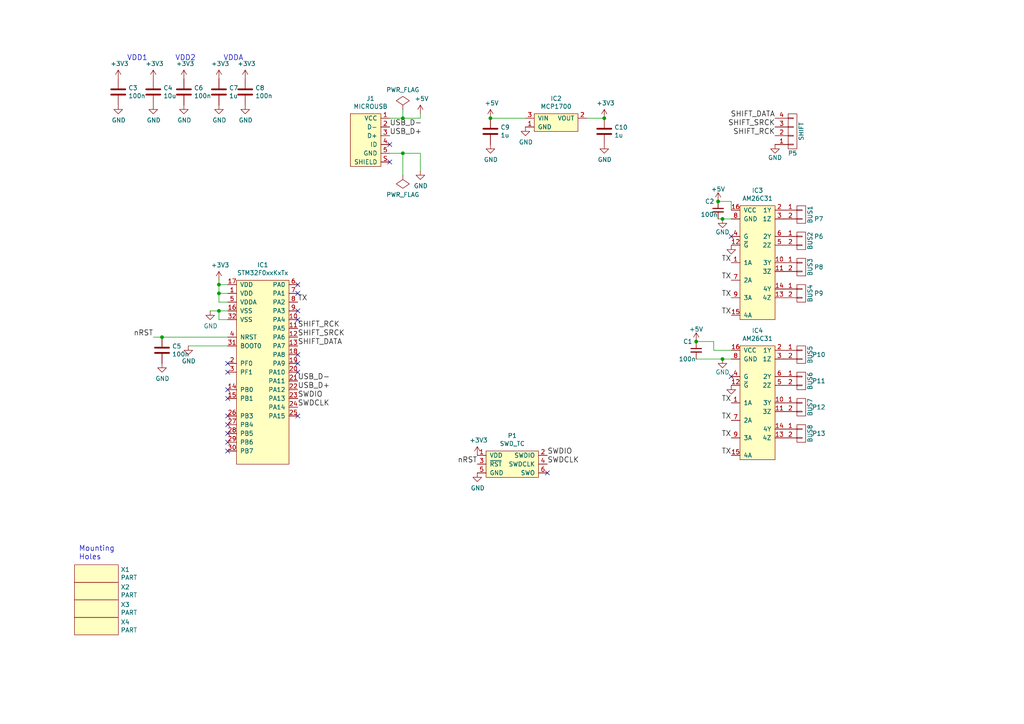
<source format=kicad_sch>
(kicad_sch (version 20230121) (generator eeschema)
  (paper "A4")
  (lib_symbols
    (symbol "shield-rescue:+3V3" (power) (pin_names (offset 0))
      (property "Value" "+3V3" (at 0 3.556 0))
      (symbol "+3V3_0_1"
        (polyline (pts (xy -0.762 1.27) (xy 0 2.54)))
        (polyline (pts (xy 0 0) (xy 0 2.54)))
        (polyline (pts (xy 0 2.54) (xy 0.762 1.27)))
      )
      (symbol "+3V3_1_1"
        (pin power_in line (at 0 0 90) (length 0) hide (name "+3V3") (number "1"))
      )
    )
    (symbol "shield-rescue:+5V" (power) (pin_names (offset 0))
      (property "Value" "+5V" (at 0 3.556 0))
      (symbol "+5V_0_1"
        (polyline (pts (xy -0.762 1.27) (xy 0 2.54)))
        (polyline (pts (xy 0 0) (xy 0 2.54)))
        (polyline (pts (xy 0 2.54) (xy 0.762 1.27)))
      )
      (symbol "+5V_1_1"
        (pin power_in line (at 0 0 90) (length 0) hide (name "+5V") (number "1"))
      )
    )
    (symbol "shield-rescue:AM26C31" (pin_names (offset 1.016))
      (property "Reference" "IC" (at -5.08 17.78 0))
      (property "Value" "AM26C31" (at -5.08 -17.78 0))
      (symbol "AM26C31_0_0"
        (pin input line (at -7.62 0 0) (length 2.54) (name "1A") (number "1"))
        (pin output line (at 7.62 0 180) (length 2.54) (name "3Y") (number "10"))
        (pin output line (at 7.62 -2.54 180) (length 2.54) (name "3Z") (number "11"))
        (pin input line (at -7.62 5.08 0) (length 2.54) (name "~{G}") (number "12"))
        (pin output line (at 7.62 -10.16 180) (length 2.54) (name "4Z") (number "13"))
        (pin output line (at 7.62 -7.62 180) (length 2.54) (name "4Y") (number "14"))
        (pin input line (at -7.62 -15.24 0) (length 2.54) (name "4A") (number "15"))
        (pin power_in line (at -7.62 15.24 0) (length 2.54) (name "VCC") (number "16"))
        (pin output line (at 7.62 15.24 180) (length 2.54) (name "1Y") (number "2"))
        (pin output line (at 7.62 12.7 180) (length 2.54) (name "1Z") (number "3"))
        (pin input line (at -7.62 7.62 0) (length 2.54) (name "G") (number "4"))
        (pin output line (at 7.62 5.08 180) (length 2.54) (name "2Z") (number "5"))
        (pin output line (at 7.62 7.62 180) (length 2.54) (name "2Y") (number "6"))
        (pin input line (at -7.62 -5.08 0) (length 2.54) (name "2A") (number "7"))
        (pin power_in line (at -7.62 12.7 0) (length 2.54) (name "GND") (number "8"))
        (pin input line (at -7.62 -10.16 0) (length 2.54) (name "3A") (number "9"))
      )
      (symbol "AM26C31_0_1"
        (rectangle (start -5.08 16.51) (end 5.08 -16.51) (fill (type background)))
      )
    )
    (symbol "shield-rescue:C" (pin_numbers hide) (pin_names (offset 0.254))
      (property "Reference" "C" (at 0.635 2.54 0))
      (property "Value" "C" (at 0.635 -2.54 0))
      (symbol "C_0_1"
        (polyline (pts (xy -2.032 -0.762) (xy 2.032 -0.762)) (stroke (width 0.508)))
        (polyline (pts (xy -2.032 0.762) (xy 2.032 0.762)) (stroke (width 0.508)))
      )
      (symbol "C_1_1"
        (pin passive line (at 0 3.81 270) (length 2.794) (name "~") (number "1"))
        (pin passive line (at 0 -3.81 90) (length 2.794) (name "~") (number "2"))
      )
    )
    (symbol "shield-rescue:CONN_01X02" (pin_names (offset 1.016) hide)
      (property "Reference" "P" (at 0 3.81 0))
      (property "Value" "CONN_01X02" (at 2.54 0 90))
      (symbol "CONN_01X02_0_1"
        (rectangle (start -1.27 -1.143) (end 0.254 -1.397))
        (rectangle (start -1.27 1.397) (end 0.254 1.143))
        (rectangle (start -1.27 2.54) (end 1.27 -2.54))
      )
      (symbol "CONN_01X02_1_1"
        (pin passive line (at -5.08 1.27 0) (length 3.81) (name "P1") (number "1"))
        (pin passive line (at -5.08 -1.27 0) (length 3.81) (name "P2") (number "2"))
      )
    )
    (symbol "shield-rescue:CONN_01X04" (pin_names (offset 1.016) hide)
      (property "Reference" "P" (at 0 6.35 0))
      (property "Value" "CONN_01X04" (at 2.54 0 90))
      (symbol "CONN_01X04_0_1"
        (rectangle (start -1.27 -3.683) (end 0.254 -3.937))
        (rectangle (start -1.27 -1.143) (end 0.254 -1.397))
        (rectangle (start -1.27 1.397) (end 0.254 1.143))
        (rectangle (start -1.27 3.937) (end 0.254 3.683))
        (rectangle (start -1.27 5.08) (end 1.27 -5.08))
      )
      (symbol "CONN_01X04_1_1"
        (pin passive line (at -5.08 3.81 0) (length 3.81) (name "P1") (number "1"))
        (pin passive line (at -5.08 1.27 0) (length 3.81) (name "P2") (number "2"))
        (pin passive line (at -5.08 -1.27 0) (length 3.81) (name "P3") (number "3"))
        (pin passive line (at -5.08 -3.81 0) (length 3.81) (name "P4") (number "4"))
      )
    )
    (symbol "shield-rescue:C_Small" (pin_numbers hide) (pin_names (offset 0.254) hide)
      (property "Reference" "C" (at 0.254 1.778 0))
      (property "Value" "C_Small" (at 0.254 -2.032 0))
      (symbol "C_Small_0_1"
        (polyline (pts (xy -1.524 -0.508) (xy 1.524 -0.508)) (stroke (width 0.3302)))
        (polyline (pts (xy -1.524 0.508) (xy 1.524 0.508)) (stroke (width 0.3048)))
      )
      (symbol "C_Small_1_1"
        (pin passive line (at 0 2.54 270) (length 1.905) (name "~") (number "1"))
        (pin passive line (at 0 -2.54 90) (length 2.032) (name "~") (number "2"))
      )
    )
    (symbol "shield-rescue:GND" (power) (pin_names (offset 0))
      (property "Value" "GND" (at 0 -3.81 0))
      (symbol "GND_0_1"
        (polyline (pts (xy 0 0) (xy 0 -1.27) (xy 1.27 -1.27) (xy 0 -2.54) (xy -1.27 -1.27) (xy 0 -1.27)))
      )
      (symbol "GND_1_1"
        (pin power_in line (at 0 0 270) (length 0) hide (name "GND") (number "1"))
      )
    )
    (symbol "shield-rescue:MCP1700" (pin_names (offset 1.016))
      (property "Reference" "IC" (at -5.08 2.54 0))
      (property "Value" "MCP1700" (at -5.08 -5.08 0))
      (symbol "MCP1700_0_1"
        (rectangle (start -5.08 1.27) (end 7.62 -3.81) (fill (type background)))
      )
      (symbol "MCP1700_1_1"
        (pin power_in line (at -7.62 -2.54 0) (length 2.54) (name "GND") (number "1"))
        (pin power_out line (at 10.16 0 180) (length 2.54) (name "VOUT") (number "2"))
        (pin power_in line (at -7.62 0 0) (length 2.54) (name "VIN") (number "3"))
      )
    )
    (symbol "shield-rescue:MICROUSB" (pin_names (offset 1.016))
      (property "Reference" "J" (at -3.81 7.62 0))
      (property "Value" "MICROUSB" (at -3.81 -10.16 0))
      (symbol "MICROUSB_0_1"
        (rectangle (start 5.08 6.35) (end -3.81 -8.89) (fill (type background)))
      )
      (symbol "MICROUSB_1_1"
        (pin power_in line (at 7.62 5.08 180) (length 2.54) (name "VCC") (number "1"))
        (pin bidirectional line (at 7.62 2.54 180) (length 2.54) (name "D-") (number "2"))
        (pin bidirectional line (at 7.62 0 180) (length 2.54) (name "D+") (number "3"))
        (pin passive line (at 7.62 -2.54 180) (length 2.54) (name "ID") (number "4"))
        (pin power_in line (at 7.62 -5.08 180) (length 2.54) (name "GND") (number "5"))
        (pin power_in line (at 7.62 -7.62 180) (length 2.54) (name "SHIELD") (number "S"))
      )
    )
    (symbol "shield-rescue:PART" (pin_names (offset 1.016))
      (property "Reference" "X" (at 1.27 2.54 0))
      (property "Value" "PART" (at 1.27 0 0))
      (symbol "PART_0_1"
        (rectangle (start 0 3.81) (end 12.7 -1.27) (fill (type background)))
      )
    )
    (symbol "shield-rescue:PWR_FLAG" (power) (pin_numbers hide) (pin_names (offset 0) hide)
      (property "Value" "PWR_FLAG" (at 0 4.572 0))
      (symbol "PWR_FLAG_0_0"
        (pin power_out line (at 0 0 90) (length 0) (name "pwr") (number "1"))
      )
      (symbol "PWR_FLAG_0_1"
        (polyline (pts (xy 0 0) (xy 0 1.27) (xy -1.905 2.54) (xy 0 3.81) (xy 1.905 2.54) (xy 0 1.27)))
      )
    )
    (symbol "shield-rescue:STM32F0xxKxTx" (pin_names (offset 1.016))
      (property "Reference" "IC" (at -7.62 27.94 0))
      (property "Value" "STM32F0xxKxTx" (at -7.62 -27.94 0))
      (symbol "STM32F0xxKxTx_0_0"
        (pin power_in line (at -10.16 22.86 0) (length 2.54) (name "VDD") (number "1"))
        (pin bidirectional line (at 10.16 15.24 180) (length 2.54) (name "PA4") (number "10"))
        (pin bidirectional line (at 10.16 12.7 180) (length 2.54) (name "PA5") (number "11"))
        (pin bidirectional line (at 10.16 10.16 180) (length 2.54) (name "PA6") (number "12"))
        (pin bidirectional line (at 10.16 7.62 180) (length 2.54) (name "PA7") (number "13"))
        (pin bidirectional line (at -10.16 -5.08 0) (length 2.54) (name "PB0") (number "14"))
        (pin bidirectional line (at -10.16 -7.62 0) (length 2.54) (name "PB1") (number "15"))
        (pin power_in line (at -10.16 17.78 0) (length 2.54) (name "VSS") (number "16"))
        (pin power_in line (at -10.16 25.4 0) (length 2.54) (name "VDD") (number "17"))
        (pin bidirectional line (at 10.16 5.08 180) (length 2.54) (name "PA8") (number "18"))
        (pin bidirectional line (at 10.16 2.54 180) (length 2.54) (name "PA9") (number "19"))
        (pin bidirectional line (at -10.16 2.54 0) (length 2.54) (name "PF0") (number "2"))
        (pin bidirectional line (at 10.16 0 180) (length 2.54) (name "PA10") (number "20"))
        (pin bidirectional line (at 10.16 -2.54 180) (length 2.54) (name "PA11") (number "21"))
        (pin bidirectional line (at 10.16 -5.08 180) (length 2.54) (name "PA12") (number "22"))
        (pin bidirectional line (at 10.16 -7.62 180) (length 2.54) (name "PA13") (number "23"))
        (pin bidirectional line (at 10.16 -10.16 180) (length 2.54) (name "PA14") (number "24"))
        (pin bidirectional line (at 10.16 -12.7 180) (length 2.54) (name "PA15") (number "25"))
        (pin bidirectional line (at -10.16 -12.7 0) (length 2.54) (name "PB3") (number "26"))
        (pin bidirectional line (at -10.16 -15.24 0) (length 2.54) (name "PB4") (number "27"))
        (pin bidirectional line (at -10.16 -17.78 0) (length 2.54) (name "PB5") (number "28"))
        (pin bidirectional line (at -10.16 -20.32 0) (length 2.54) (name "PB6") (number "29"))
        (pin bidirectional line (at -10.16 0 0) (length 2.54) (name "PF1") (number "3"))
        (pin bidirectional line (at -10.16 -22.86 0) (length 2.54) (name "PB7") (number "30"))
        (pin input line (at -10.16 7.62 0) (length 2.54) (name "BOOT0") (number "31"))
        (pin power_in line (at -10.16 15.24 0) (length 2.54) (name "VSS") (number "32"))
        (pin input line (at -10.16 10.16 0) (length 2.54) (name "NRST") (number "4"))
        (pin power_in line (at -10.16 20.32 0) (length 2.54) (name "VDDA") (number "5"))
        (pin bidirectional line (at 10.16 25.4 180) (length 2.54) (name "PA0") (number "6"))
        (pin bidirectional line (at 10.16 22.86 180) (length 2.54) (name "PA1") (number "7"))
        (pin bidirectional line (at 10.16 20.32 180) (length 2.54) (name "PA2") (number "8"))
        (pin bidirectional line (at 10.16 17.78 180) (length 2.54) (name "PA3") (number "9"))
      )
      (symbol "STM32F0xxKxTx_0_1"
        (rectangle (start -7.62 26.67) (end 7.62 -26.67) (fill (type background)))
      )
    )
    (symbol "shield-rescue:SWD_TC" (pin_names (offset 1.016))
      (property "Reference" "P" (at -7.62 5.08 0))
      (property "Value" "SWD_TC" (at -7.62 -5.08 0))
      (symbol "SWD_TC_0_1"
        (rectangle (start -7.62 3.81) (end 7.62 -3.81) (fill (type background)))
      )
      (symbol "SWD_TC_1_1"
        (pin power_in line (at -10.16 2.54 0) (length 2.54) (name "VDD") (number "1"))
        (pin bidirectional line (at 10.16 2.54 180) (length 2.54) (name "SWDIO") (number "2"))
        (pin output line (at -10.16 0 0) (length 2.54) (name "~{RST}") (number "3"))
        (pin output line (at 10.16 0 180) (length 2.54) (name "SWDCLK") (number "4"))
        (pin power_in line (at -10.16 -2.54 0) (length 2.54) (name "GND") (number "5"))
        (pin input line (at 10.16 -2.54 180) (length 2.54) (name "SWO") (number "6"))
      )
    )
  )
  (junction (at 63.5 82.55))
  (junction (at 175.26 34.29))
  (junction (at 142.24 34.29))
  (junction (at 46.99 97.79))
  (junction (at 209.55 63.5))
  (junction (at 116.84 44.45))
  (junction (at 116.84 34.29))
  (junction (at 201.93 99.06))
  (junction (at 208.28 58.42))
  (junction (at 209.55 104.14))
  (junction (at 63.5 90.17))
  (junction (at 63.5 85.09))
  (no_connect (at 86.36 90.17))
  (no_connect (at 66.04 125.73))
  (no_connect (at 86.36 120.65))
  (no_connect (at 66.04 120.65))
  (no_connect (at 86.36 102.87))
  (no_connect (at 66.04 115.57))
  (no_connect (at 66.04 130.81))
  (no_connect (at 66.04 128.27))
  (no_connect (at 113.03 46.99))
  (no_connect (at 113.03 41.91))
  (no_connect (at 212.09 68.58))
  (no_connect (at 86.36 105.41))
  (no_connect (at 86.36 92.71))
  (no_connect (at 66.04 113.03))
  (no_connect (at 212.09 109.22))
  (no_connect (at 66.04 107.95))
  (no_connect (at 66.04 123.19))
  (no_connect (at 86.36 85.09))
  (no_connect (at 86.36 107.95))
  (no_connect (at 66.04 105.41))
  (no_connect (at 158.75 137.16))
  (no_connect (at 86.36 82.55))
  (wire (pts (xy 207.01 101.6) (xy 207.01 99.06)))
  (wire (pts (xy 63.5 85.09) (xy 63.5 87.63)))
  (wire (pts (xy 46.99 97.79) (xy 66.04 97.79)))
  (wire (pts (xy 207.01 99.06) (xy 201.93 99.06)))
  (wire (pts (xy 63.5 81.28) (xy 63.5 82.55)))
  (wire (pts (xy 116.84 50.8) (xy 116.84 44.45)))
  (wire (pts (xy 113.03 44.45) (xy 116.84 44.45)))
  (wire (pts (xy 209.55 63.5) (xy 212.09 63.5)))
  (wire (pts (xy 63.5 82.55) (xy 66.04 82.55)))
  (wire (pts (xy 66.04 92.71) (xy 63.5 92.71)))
  (wire (pts (xy 116.84 31.75) (xy 116.84 34.29)))
  (wire (pts (xy 201.93 104.14) (xy 209.55 104.14)))
  (wire (pts (xy 63.5 82.55) (xy 63.5 85.09)))
  (wire (pts (xy 63.5 90.17) (xy 66.04 90.17)))
  (wire (pts (xy 44.45 97.79) (xy 46.99 97.79)))
  (wire (pts (xy 208.28 63.5) (xy 209.55 63.5)))
  (wire (pts (xy 209.55 104.14) (xy 212.09 104.14)))
  (wire (pts (xy 212.09 58.42) (xy 212.09 60.96)))
  (wire (pts (xy 63.5 92.71) (xy 63.5 90.17)))
  (wire (pts (xy 208.28 58.42) (xy 212.09 58.42)))
  (wire (pts (xy 116.84 44.45) (xy 121.92 44.45)))
  (wire (pts (xy 121.92 44.45) (xy 121.92 49.53)))
  (wire (pts (xy 121.92 34.29) (xy 121.92 33.02)))
  (wire (pts (xy 113.03 34.29) (xy 116.84 34.29)))
  (wire (pts (xy 142.24 34.29) (xy 152.4 34.29)))
  (wire (pts (xy 54.61 100.33) (xy 66.04 100.33)))
  (wire (pts (xy 212.09 101.6) (xy 207.01 101.6)))
  (wire (pts (xy 116.84 34.29) (xy 121.92 34.29)))
  (wire (pts (xy 60.96 90.17) (xy 63.5 90.17)))
  (wire (pts (xy 63.5 85.09) (xy 66.04 85.09)))
  (wire (pts (xy 175.26 34.29) (xy 170.18 34.29)))
  (wire (pts (xy 63.5 87.63) (xy 66.04 87.63)))
  (text "VDD1" (at 36.83 17.78 0) (effects (font (size 1.524 1.524)) (justify left bottom)))
  (text "VDDA" (at 64.77 17.78 0) (effects (font (size 1.524 1.524)) (justify left bottom)))
  (text "VDD2" (at 50.8 17.78 0) (effects (font (size 1.524 1.524)) (justify left bottom)))
  (text "Mounting\nHoles" (at 22.86 162.56 0) (effects (font (size 1.524 1.524)) (justify left bottom)))
  (label "TX" (at 212.09 132.08 180) (effects (font (size 1.524 1.524))))
  (label "SWDCLK" (at 158.75 134.62 0) (effects (font (size 1.524 1.524))))
  (label "SWDIO" (at 158.75 132.08 0) (effects (font (size 1.524 1.524))))
  (label "SHIFT_RCK" (at 86.36 95.25 0) (effects (font (size 1.524 1.524))))
  (label "nRST" (at 44.45 97.79 180) (effects (font (size 1.524 1.524))))
  (label "SHIFT_DATA" (at 224.79 34.29 180) (effects (font (size 1.524 1.524))))
  (label "TX" (at 212.09 86.36 180) (effects (font (size 1.524 1.524))))
  (label "TX" (at 212.09 81.28 180) (effects (font (size 1.524 1.524))))
  (label "TX" (at 212.09 121.92 180) (effects (font (size 1.524 1.524))))
  (label "SWDIO" (at 86.36 115.57 0) (effects (font (size 1.524 1.524))))
  (label "TX" (at 212.09 127 180) (effects (font (size 1.524 1.524))))
  (label "TX" (at 86.36 87.63 0) (effects (font (size 1.524 1.524))))
  (label "SWDCLK" (at 86.36 118.11 0) (effects (font (size 1.524 1.524))))
  (label "SHIFT_SRCK" (at 86.36 97.79 0) (effects (font (size 1.524 1.524))))
  (label "SHIFT_DATA" (at 86.36 100.33 0) (effects (font (size 1.524 1.524))))
  (label "USB_D-" (at 86.36 110.49 0) (effects (font (size 1.524 1.524))))
  (label "SHIFT_SRCK" (at 224.79 36.83 180) (effects (font (size 1.524 1.524))))
  (label "USB_D+" (at 113.03 39.37 0) (effects (font (size 1.524 1.524))))
  (label "USB_D-" (at 113.03 36.83 0) (effects (font (size 1.524 1.524))))
  (label "USB_D+" (at 86.36 113.03 0) (effects (font (size 1.524 1.524))))
  (label "TX" (at 212.09 91.44 180) (effects (font (size 1.524 1.524))))
  (label "TX" (at 212.09 116.84 180) (effects (font (size 1.524 1.524))))
  (label "SHIFT_RCK" (at 224.79 39.37 180) (effects (font (size 1.524 1.524))))
  (label "TX" (at 212.09 76.2 180) (effects (font (size 1.524 1.524))))
  (label "nRST" (at 138.43 134.62 180) (effects (font (size 1.524 1.524))))
  (symbol (lib_id "shield-rescue:CONN_01X04") (at 229.87 38.1 0) (mirror x) (unit 1)
    (property "Reference" "P5" (at 229.87 44.45 0))
    (property "Value" "SHIFT" (at 232.41 38.1 90))
    (property "Footprint" "Pin_Headers:Pin_Header_Straight_1x04" (effects hide))
  )
  (symbol (lib_id "shield-rescue:CONN_01X02") (at 232.41 62.23 0) (unit 1)
    (property "Reference" "P6" (at 237.49 68.58 0))
    (property "Value" "BUS1" (at 234.95 62.23 90))
    (property "Footprint" "agg:S02B-PASK-2" (effects hide))
    (property "Farnell" "1830747" (effects hide))
  )
  (symbol (lib_id "shield-rescue:CONN_01X02") (at 232.41 69.85 0) (unit 1)
    (property "Reference" "P7" (at 237.49 63.5 0))
    (property "Value" "BUS2" (at 234.95 69.85 90))
    (property "Footprint" "agg:S02B-PASK-2" (effects hide))
    (property "Farnell" "1830747" (effects hide))
  )
  (symbol (lib_id "shield-rescue:CONN_01X02") (at 232.41 77.47 0) (unit 1)
    (property "Reference" "P8" (at 237.49 77.47 0))
    (property "Value" "BUS3" (at 234.95 77.47 90))
    (property "Footprint" "agg:S02B-PASK-2" (effects hide))
    (property "Farnell" "1830747" (effects hide))
  )
  (symbol (lib_id "shield-rescue:CONN_01X02") (at 232.41 85.09 0) (unit 1)
    (property "Reference" "P9" (at 237.49 85.09 0))
    (property "Value" "BUS4" (at 234.95 85.09 90))
    (property "Footprint" "agg:S02B-PASK-2" (effects hide))
    (property "Farnell" "1830747" (effects hide))
  )
  (symbol (lib_id "shield-rescue:CONN_01X02") (at 232.41 102.87 0) (unit 1)
    (property "Reference" "P10" (at 237.49 102.87 0))
    (property "Value" "BUS5" (at 234.95 102.87 90))
    (property "Footprint" "agg:S02B-PASK-2" (effects hide))
    (property "Farnell" "1830747" (effects hide))
  )
  (symbol (lib_id "shield-rescue:CONN_01X02") (at 232.41 110.49 0) (unit 1)
    (property "Reference" "P11" (at 237.49 110.49 0))
    (property "Value" "BUS6" (at 234.95 110.49 90))
    (property "Footprint" "agg:S02B-PASK-2" (effects hide))
    (property "Farnell" "1830747" (effects hide))
  )
  (symbol (lib_id "shield-rescue:CONN_01X02") (at 232.41 118.11 0) (unit 1)
    (property "Reference" "P12" (at 237.49 118.11 0))
    (property "Value" "BUS7" (at 234.95 118.11 90))
    (property "Footprint" "agg:S02B-PASK-2" (effects hide))
    (property "Farnell" "1830747" (effects hide))
  )
  (symbol (lib_id "shield-rescue:CONN_01X02") (at 232.41 125.73 0) (unit 1)
    (property "Reference" "P13" (at 237.49 125.73 0))
    (property "Value" "BUS8" (at 234.95 125.73 90))
    (property "Footprint" "agg:S02B-PASK-2" (effects hide))
    (property "Farnell" "1830747" (effects hide))
  )
  (symbol (lib_id "shield-rescue:GND") (at 224.79 41.91 0) (unit 1)
    (property "Reference" "#PWR01" (effects hide))
    (property "Value" "GND" (at 224.79 45.72 0))
  )
  (symbol (lib_id "shield-rescue:+5V") (at 208.28 58.42 0) (unit 1)
    (property "Reference" "#PWR02" (effects hide))
    (property "Value" "+5V" (at 208.28 54.864 0))
  )
  (symbol (lib_id "shield-rescue:GND") (at 209.55 63.5 0) (unit 1)
    (property "Reference" "#PWR03" (effects hide))
    (property "Value" "GND" (at 209.55 67.31 0))
  )
  (symbol (lib_id "shield-rescue:+5V") (at 201.93 99.06 0) (unit 1)
    (property "Reference" "#PWR04" (effects hide))
    (property "Value" "+5V" (at 201.93 95.504 0))
  )
  (symbol (lib_id "shield-rescue:GND") (at 209.55 104.14 0) (unit 1)
    (property "Reference" "#PWR05" (effects hide))
    (property "Value" "GND" (at 209.55 107.95 0))
  )
  (symbol (lib_id "shield-rescue:GND") (at 212.09 71.12 0) (unit 1)
    (property "Reference" "#PWR06" (effects hide))
    (property "Value" "GND" (effects hide))
  )
  (symbol (lib_id "shield-rescue:GND") (at 212.09 111.76 0) (unit 1)
    (property "Reference" "#PWR07" (effects hide))
    (property "Value" "GND" (effects hide))
  )
  (symbol (lib_id "shield-rescue:C_Small") (at 208.28 60.96 0) (unit 1)
    (property "Reference" "C2" (at 204.47 58.42 0) (effects (justify left)))
    (property "Value" "100n" (at 203.2 62.23 0) (effects (justify left)))
    (property "Footprint" "agg:0603" (effects hide))
    (property "Farnell" "2524817" (effects hide))
  )
  (symbol (lib_id "shield-rescue:C_Small") (at 201.93 101.6 0) (unit 1)
    (property "Reference" "C1" (at 198.12 99.06 0) (effects (justify left)))
    (property "Value" "100n" (at 196.85 104.14 0) (effects (justify left)))
    (property "Footprint" "agg:0603" (effects hide))
    (property "Farnell" "2524817" (effects hide))
  )
  (symbol (lib_id "shield-rescue:AM26C31") (at 219.71 76.2 0) (unit 1)
    (property "Reference" "IC3" (at 219.71 55.245 0))
    (property "Value" "AM26C31" (at 219.71 57.5564 0))
    (property "Footprint" "agg:SOIC-16" (effects hide))
    (property "Datasheet" "http://www.ti.com.cn/cn/lit/ds/symlink/am26c31.pdf" (effects hide))
    (property "Farnell" "4975637" (effects hide))
  )
  (symbol (lib_id "shield-rescue:AM26C31") (at 219.71 116.84 0) (unit 1)
    (property "Reference" "IC4" (at 219.71 95.885 0))
    (property "Value" "AM26C31" (at 219.71 98.1964 0))
    (property "Footprint" "agg:SOIC-16" (effects hide))
    (property "Datasheet" "http://www.ti.com.cn/cn/lit/ds/symlink/am26c31.pdf" (effects hide))
    (property "Farnell" "4975637" (effects hide))
  )
  (symbol (lib_id "shield-rescue:STM32F0xxKxTx") (at 76.2 107.95 0) (unit 1)
    (property "Reference" "IC1" (at 76.2 76.835 0))
    (property "Value" "STM32F0xxKxTx" (at 76.2 79.1464 0))
    (property "Footprint" "agg:LQFP-32" (effects hide))
    (property "Datasheet" "http://www.farnell.com/datasheets/1886881.pdf" (effects hide))
    (property "Farnell" "2469553" (effects hide))
  )
  (symbol (lib_id "shield-rescue:MICROUSB") (at 105.41 39.37 0) (unit 1)
    (property "Reference" "J1" (at 107.4674 28.575 0))
    (property "Value" "MICROUSB" (at 107.4674 30.8864 0))
    (property "Footprint" "agg:MICROUSB_MOLEX_47589-0001" (effects hide))
    (property "Farnell" "1568023" (effects hide))
  )
  (symbol (lib_id "shield-rescue:+5V") (at 121.92 33.02 0) (unit 1)
    (property "Reference" "#PWR08" (effects hide))
    (property "Value" "+5V" (at 122.301 28.6258 0))
  )
  (symbol (lib_id "shield-rescue:GND") (at 121.92 49.53 0) (unit 1)
    (property "Reference" "#PWR09" (effects hide))
    (property "Value" "GND" (at 122.047 53.9242 0))
  )
  (symbol (lib_id "shield-rescue:+3V3") (at 63.5 81.28 0) (unit 1)
    (property "Reference" "#PWR010" (effects hide))
    (property "Value" "+3V3" (at 63.881 76.8858 0))
  )
  (symbol (lib_id "shield-rescue:GND") (at 60.96 90.17 0) (unit 1)
    (property "Reference" "#PWR011" (effects hide))
    (property "Value" "GND" (at 61.087 94.5642 0))
  )
  (symbol (lib_id "shield-rescue:C") (at 46.99 101.6 0) (unit 1)
    (property "Reference" "C5" (at 49.911 100.4316 0) (effects (justify left)))
    (property "Value" "100n" (at 49.911 102.743 0) (effects (justify left)))
    (property "Footprint" "agg:0603" (effects hide))
    (property "Farnell" "2524817" (effects hide))
  )
  (symbol (lib_id "shield-rescue:GND") (at 46.99 105.41 0) (unit 1)
    (property "Reference" "#PWR012" (effects hide))
    (property "Value" "GND" (at 47.117 109.8042 0))
  )
  (symbol (lib_id "shield-rescue:GND") (at 54.61 100.33 0) (unit 1)
    (property "Reference" "#PWR013" (effects hide))
    (property "Value" "GND" (at 54.737 104.7242 0))
  )
  (symbol (lib_id "shield-rescue:C") (at 34.29 26.67 0) (unit 1)
    (property "Reference" "C3" (at 37.211 25.5016 0) (effects (justify left)))
    (property "Value" "100n" (at 37.211 27.813 0) (effects (justify left)))
    (property "Footprint" "agg:0603" (effects hide))
    (property "Farnell" "2524817" (effects hide))
  )
  (symbol (lib_id "shield-rescue:C") (at 44.45 26.67 0) (unit 1)
    (property "Reference" "C4" (at 47.371 25.5016 0) (effects (justify left)))
    (property "Value" "10u" (at 47.371 27.813 0) (effects (justify left)))
    (property "Footprint" "agg:0603" (effects hide))
    (property "Farnell" "2494230" (effects hide))
  )
  (symbol (lib_id "shield-rescue:C") (at 53.34 26.67 0) (unit 1)
    (property "Reference" "C6" (at 56.261 25.5016 0) (effects (justify left)))
    (property "Value" "100n" (at 56.261 27.813 0) (effects (justify left)))
    (property "Footprint" "agg:0603" (effects hide))
    (property "Farnell" "2524817" (effects hide))
  )
  (symbol (lib_id "shield-rescue:+3V3") (at 34.29 22.86 0) (unit 1)
    (property "Reference" "#PWR014" (effects hide))
    (property "Value" "+3V3" (at 34.671 18.4658 0))
  )
  (symbol (lib_id "shield-rescue:+3V3") (at 44.45 22.86 0) (unit 1)
    (property "Reference" "#PWR015" (effects hide))
    (property "Value" "+3V3" (at 44.831 18.4658 0))
  )
  (symbol (lib_id "shield-rescue:+3V3") (at 53.34 22.86 0) (unit 1)
    (property "Reference" "#PWR016" (effects hide))
    (property "Value" "+3V3" (at 53.721 18.4658 0))
  )
  (symbol (lib_id "shield-rescue:GND") (at 34.29 30.48 0) (unit 1)
    (property "Reference" "#PWR017" (effects hide))
    (property "Value" "GND" (at 34.417 34.8742 0))
  )
  (symbol (lib_id "shield-rescue:GND") (at 44.45 30.48 0) (unit 1)
    (property "Reference" "#PWR018" (effects hide))
    (property "Value" "GND" (at 44.577 34.8742 0))
  )
  (symbol (lib_id "shield-rescue:GND") (at 53.34 30.48 0) (unit 1)
    (property "Reference" "#PWR019" (effects hide))
    (property "Value" "GND" (at 53.467 34.8742 0))
  )
  (symbol (lib_id "shield-rescue:C") (at 63.5 26.67 0) (unit 1)
    (property "Reference" "C7" (at 66.421 25.5016 0) (effects (justify left)))
    (property "Value" "1u" (at 66.421 27.813 0) (effects (justify left)))
    (property "Footprint" "agg:0603" (effects hide))
    (property "Farnell" "2524858" (effects hide))
  )
  (symbol (lib_id "shield-rescue:C") (at 71.12 26.67 0) (unit 1)
    (property "Reference" "C8" (at 74.041 25.5016 0) (effects (justify left)))
    (property "Value" "100n" (at 74.041 27.813 0) (effects (justify left)))
    (property "Footprint" "agg:0603" (effects hide))
    (property "Farnell" "2524817" (effects hide))
  )
  (symbol (lib_id "shield-rescue:+3V3") (at 63.5 22.86 0) (unit 1)
    (property "Reference" "#PWR020" (effects hide))
    (property "Value" "+3V3" (at 63.881 18.4658 0))
  )
  (symbol (lib_id "shield-rescue:+3V3") (at 71.12 22.86 0) (unit 1)
    (property "Reference" "#PWR021" (effects hide))
    (property "Value" "+3V3" (at 71.501 18.4658 0))
  )
  (symbol (lib_id "shield-rescue:GND") (at 63.5 30.48 0) (unit 1)
    (property "Reference" "#PWR022" (effects hide))
    (property "Value" "GND" (at 63.627 34.8742 0))
  )
  (symbol (lib_id "shield-rescue:GND") (at 71.12 30.48 0) (unit 1)
    (property "Reference" "#PWR023" (effects hide))
    (property "Value" "GND" (at 71.247 34.8742 0))
  )
  (symbol (lib_id "shield-rescue:MCP1700") (at 160.02 34.29 0) (unit 1)
    (property "Reference" "IC2" (at 161.29 28.575 0))
    (property "Value" "MCP1700" (at 161.29 30.8864 0))
    (property "Footprint" "agg:SOT-23" (effects hide))
    (property "Datasheet" "http://www.farnell.com/datasheets/1784514.pdf" (effects hide))
    (property "Farnell" "1296592" (effects hide))
  )
  (symbol (lib_id "shield-rescue:GND") (at 152.4 36.83 0) (unit 1)
    (property "Reference" "#PWR024" (effects hide))
    (property "Value" "GND" (at 152.527 41.2242 0))
  )
  (symbol (lib_id "shield-rescue:C") (at 142.24 38.1 0) (unit 1)
    (property "Reference" "C9" (at 145.161 36.9316 0) (effects (justify left)))
    (property "Value" "1u" (at 145.161 39.243 0) (effects (justify left)))
    (property "Footprint" "agg:0603" (effects hide))
    (property "Farnell" "2524858" (effects hide))
  )
  (symbol (lib_id "shield-rescue:+5V") (at 142.24 34.29 0) (unit 1)
    (property "Reference" "#PWR025" (effects hide))
    (property "Value" "+5V" (at 142.621 29.8958 0))
  )
  (symbol (lib_id "shield-rescue:GND") (at 142.24 41.91 0) (unit 1)
    (property "Reference" "#PWR026" (effects hide))
    (property "Value" "GND" (at 142.367 46.3042 0))
  )
  (symbol (lib_id "shield-rescue:C") (at 175.26 38.1 0) (unit 1)
    (property "Reference" "C10" (at 178.181 36.9316 0) (effects (justify left)))
    (property "Value" "1u" (at 178.181 39.243 0) (effects (justify left)))
    (property "Footprint" "agg:0603" (effects hide))
    (property "Farnell" "2524858" (effects hide))
  )
  (symbol (lib_id "shield-rescue:+3V3") (at 175.26 34.29 0) (unit 1)
    (property "Reference" "#PWR027" (effects hide))
    (property "Value" "+3V3" (at 175.641 29.8958 0))
  )
  (symbol (lib_id "shield-rescue:GND") (at 175.26 41.91 0) (unit 1)
    (property "Reference" "#PWR028" (effects hide))
    (property "Value" "GND" (at 175.387 46.3042 0))
  )
  (symbol (lib_id "shield-rescue:SWD_TC") (at 148.59 134.62 0) (unit 1)
    (property "Reference" "P1" (at 148.59 126.365 0))
    (property "Value" "SWD_TC" (at 148.59 128.6764 0))
    (property "Footprint" "agg:TC2030-NL" (effects hide))
  )
  (symbol (lib_id "shield-rescue:+3V3") (at 138.43 132.08 0) (unit 1)
    (property "Reference" "#PWR029" (effects hide))
    (property "Value" "+3V3" (at 138.811 127.6858 0))
  )
  (symbol (lib_id "shield-rescue:GND") (at 138.43 137.16 0) (unit 1)
    (property "Reference" "#PWR030" (effects hide))
    (property "Value" "GND" (at 138.557 141.5542 0))
  )
  (symbol (lib_id "shield-rescue:PART") (at 21.59 167.64 0) (unit 1)
    (property "Reference" "X1" (at 35.0012 165.2016 0) (effects (justify left)))
    (property "Value" "PART" (at 35.0012 167.513 0) (effects (justify left)))
    (property "Footprint" "agg:M3_MOUNT" (effects hide))
  )
  (symbol (lib_id "shield-rescue:PART") (at 21.59 172.72 0) (unit 1)
    (property "Reference" "X2" (at 35.0012 170.2816 0) (effects (justify left)))
    (property "Value" "PART" (at 35.0012 172.593 0) (effects (justify left)))
    (property "Footprint" "agg:M3_MOUNT" (effects hide))
  )
  (symbol (lib_id "shield-rescue:PART") (at 21.59 177.8 0) (unit 1)
    (property "Reference" "X3" (at 35.0012 175.3616 0) (effects (justify left)))
    (property "Value" "PART" (at 35.0012 177.673 0) (effects (justify left)))
    (property "Footprint" "agg:M3_MOUNT" (effects hide))
  )
  (symbol (lib_id "shield-rescue:PART") (at 21.59 182.88 0) (unit 1)
    (property "Reference" "X4" (at 35.0012 180.4416 0) (effects (justify left)))
    (property "Value" "PART" (at 35.0012 182.753 0) (effects (justify left)))
    (property "Footprint" "agg:M3_MOUNT" (effects hide))
  )
  (symbol (lib_id "shield-rescue:PWR_FLAG") (at 116.84 31.75 0) (unit 1)
    (property "Reference" "#FLG031" (effects hide))
    (property "Value" "PWR_FLAG" (at 116.84 26.0604 0))
  )
  (symbol (lib_id "shield-rescue:PWR_FLAG") (at 116.84 50.8 180) (unit 1)
    (property "Reference" "#FLG032" (effects hide))
    (property "Value" "PWR_FLAG" (at 116.84 56.4642 0))
  )
)
</source>
